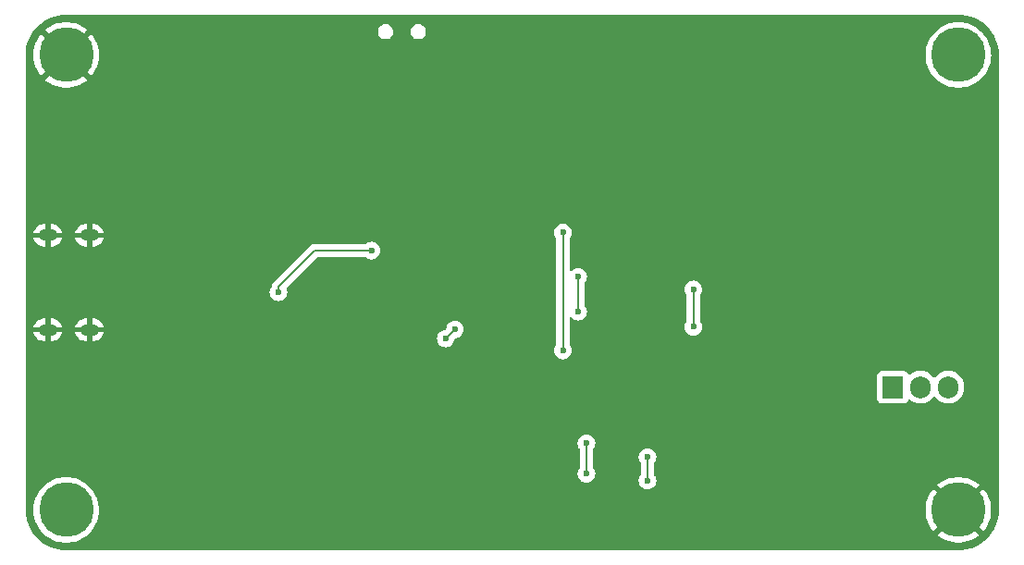
<source format=gbl>
%TF.GenerationSoftware,KiCad,Pcbnew,8.0.2*%
%TF.CreationDate,2024-05-25T15:23:05+03:00*%
%TF.ProjectId,sos_business_card,736f735f-6275-4736-996e-6573735f6361,A*%
%TF.SameCoordinates,Original*%
%TF.FileFunction,Copper,L2,Bot*%
%TF.FilePolarity,Positive*%
%FSLAX46Y46*%
G04 Gerber Fmt 4.6, Leading zero omitted, Abs format (unit mm)*
G04 Created by KiCad (PCBNEW 8.0.2) date 2024-05-25 15:23:05*
%MOMM*%
%LPD*%
G01*
G04 APERTURE LIST*
%TA.AperFunction,ComponentPad*%
%ADD10C,2.900000*%
%TD*%
%TA.AperFunction,ConnectorPad*%
%ADD11C,5.000000*%
%TD*%
%TA.AperFunction,ComponentPad*%
%ADD12O,1.700000X1.100000*%
%TD*%
%TA.AperFunction,ComponentPad*%
%ADD13R,1.905000X2.000000*%
%TD*%
%TA.AperFunction,ComponentPad*%
%ADD14O,1.905000X2.000000*%
%TD*%
%TA.AperFunction,ViaPad*%
%ADD15C,0.600000*%
%TD*%
%TA.AperFunction,Conductor*%
%ADD16C,0.200000*%
%TD*%
G04 APERTURE END LIST*
D10*
%TO.P,J5,1,Pin_1*%
%TO.N,GND*%
X119380000Y-92710000D03*
D11*
X119380000Y-92710000D03*
%TD*%
D12*
%TO.P,J1,S1,SHIELD*%
%TO.N,GND*%
X121520000Y-109218000D03*
X117720000Y-109218000D03*
X121520000Y-117858000D03*
X117720000Y-117858000D03*
%TD*%
D10*
%TO.P,J4,1,Pin_1*%
%TO.N,Net-(D2-K)*%
X119380000Y-134366000D03*
D11*
X119380000Y-134366000D03*
%TD*%
D13*
%TO.P,Q2,1,G*%
%TO.N,Net-(Q2-G)*%
X195046600Y-123117650D03*
D14*
%TO.P,Q2,2,D*%
%TO.N,Net-(J3-Pin_1)*%
X197586600Y-123117650D03*
%TO.P,Q2,3,S*%
%TO.N,Net-(D2-K)*%
X200126600Y-123117650D03*
%TD*%
D10*
%TO.P,J2,1,Pin_1*%
%TO.N,GND*%
X201041000Y-134366000D03*
D11*
X201041000Y-134366000D03*
%TD*%
D10*
%TO.P,J3,1,Pin_1*%
%TO.N,Net-(J3-Pin_1)*%
X201041000Y-92710000D03*
D11*
X201041000Y-92710000D03*
%TD*%
D15*
%TO.N,GND*%
X157988000Y-107569000D03*
X170053000Y-107569000D03*
X165735000Y-129540000D03*
X147701000Y-114681000D03*
X147701000Y-113665000D03*
X168656000Y-107569000D03*
X159131000Y-108458000D03*
X147701000Y-112522000D03*
X192278000Y-95377000D03*
X146431000Y-113665000D03*
X170053000Y-108458000D03*
X138938000Y-122174000D03*
X184404000Y-129032000D03*
X157861000Y-119888000D03*
X182880000Y-129032000D03*
X182880000Y-127889000D03*
X159131000Y-119888000D03*
X140335000Y-121031000D03*
X159131000Y-107569000D03*
X182880000Y-130302000D03*
X140335000Y-123444000D03*
X138938000Y-123444000D03*
X193421000Y-95377000D03*
X193421000Y-93091000D03*
X192278000Y-94234000D03*
X138938000Y-121031000D03*
X193421000Y-94234000D03*
X159131000Y-118872000D03*
X140335000Y-122174000D03*
X184404000Y-130302000D03*
X157861000Y-118872000D03*
X157988000Y-108458000D03*
X156845000Y-107569000D03*
X146431000Y-114681000D03*
X168656000Y-108458000D03*
X192278000Y-93091000D03*
X165735000Y-128524000D03*
X171196000Y-118872000D03*
X146431000Y-112522000D03*
X167386000Y-107569000D03*
X169418000Y-118872000D03*
X170307000Y-118872000D03*
X156845000Y-108458000D03*
X167386000Y-108458000D03*
X184404000Y-127889000D03*
%TO.N,VCC*%
X164846000Y-119761000D03*
X176784000Y-114173000D03*
X176784000Y-117602000D03*
X164846000Y-108966000D03*
%TO.N,Net-(U7-Q1)*%
X154966041Y-117829959D03*
X154117511Y-118678489D03*
%TO.N,Net-(U7-Q0)*%
X147320000Y-110617000D03*
X138811000Y-114427000D03*
%TO.N,Net-(U7-Q4)*%
X166243000Y-116205000D03*
X166243000Y-113030000D03*
%TO.N,Net-(U4-Pad8)*%
X172593000Y-129540000D03*
X172593000Y-131664000D03*
%TO.N,Net-(U4-Pad6)*%
X167005000Y-128270000D03*
X167005000Y-131064000D03*
%TD*%
D16*
%TO.N,VCC*%
X164846000Y-119761000D02*
X164846000Y-108966000D01*
X176784000Y-114427000D02*
X176784000Y-114173000D01*
X176784000Y-117602000D02*
X176784000Y-114427000D01*
%TO.N,Net-(U7-Q1)*%
X154117511Y-118678489D02*
X154966041Y-117829959D01*
%TO.N,Net-(U7-Q0)*%
X142113000Y-110617000D02*
X147320000Y-110617000D01*
X138811000Y-113919000D02*
X142113000Y-110617000D01*
X138811000Y-114427000D02*
X138811000Y-113919000D01*
%TO.N,Net-(U7-Q4)*%
X166243000Y-116205000D02*
X166243000Y-113030000D01*
%TO.N,Net-(U4-Pad8)*%
X172593000Y-131664000D02*
X172593000Y-129540000D01*
%TO.N,Net-(U4-Pad6)*%
X167005000Y-131064000D02*
X167005000Y-128270000D01*
%TD*%
%TA.AperFunction,Conductor*%
%TO.N,GND*%
G36*
X201044032Y-89004283D02*
G01*
X201398160Y-89021681D01*
X201410262Y-89022873D01*
X201757954Y-89074448D01*
X201769880Y-89076820D01*
X202110854Y-89162229D01*
X202122481Y-89165756D01*
X202453452Y-89284180D01*
X202464664Y-89288824D01*
X202782434Y-89439118D01*
X202793162Y-89444853D01*
X203094638Y-89625551D01*
X203104753Y-89632309D01*
X203372227Y-89830681D01*
X203387087Y-89841702D01*
X203396493Y-89849422D01*
X203656935Y-90085473D01*
X203665526Y-90094064D01*
X203795241Y-90237182D01*
X203901577Y-90354506D01*
X203909297Y-90363912D01*
X204118688Y-90646243D01*
X204125448Y-90656361D01*
X204306146Y-90957837D01*
X204311883Y-90968569D01*
X204462172Y-91286328D01*
X204466823Y-91297557D01*
X204585238Y-91628503D01*
X204588770Y-91640147D01*
X204674177Y-91981111D01*
X204676551Y-91993047D01*
X204728125Y-92340733D01*
X204729318Y-92352842D01*
X204746716Y-92706966D01*
X204746865Y-92713051D01*
X204746865Y-134362948D01*
X204746716Y-134369033D01*
X204729318Y-134723157D01*
X204728125Y-134735266D01*
X204676551Y-135082952D01*
X204674177Y-135094888D01*
X204588770Y-135435852D01*
X204585238Y-135447496D01*
X204489557Y-135714908D01*
X204466829Y-135778428D01*
X204462172Y-135789671D01*
X204311883Y-136107430D01*
X204306146Y-136118162D01*
X204125448Y-136419638D01*
X204118688Y-136429756D01*
X203909297Y-136712087D01*
X203901577Y-136721493D01*
X203665533Y-136981928D01*
X203656928Y-136990533D01*
X203396493Y-137226577D01*
X203387087Y-137234297D01*
X203104756Y-137443688D01*
X203094638Y-137450448D01*
X202793162Y-137631146D01*
X202782430Y-137636883D01*
X202464671Y-137787172D01*
X202453435Y-137791826D01*
X202318449Y-137840125D01*
X202122496Y-137910238D01*
X202110852Y-137913770D01*
X201769888Y-137999177D01*
X201757952Y-138001551D01*
X201410266Y-138053125D01*
X201398157Y-138054318D01*
X201067579Y-138070559D01*
X201044031Y-138071716D01*
X201037949Y-138071865D01*
X119383049Y-138071865D01*
X119376966Y-138071716D01*
X119022921Y-138054327D01*
X119010828Y-138053136D01*
X118663204Y-138001583D01*
X118651291Y-137999214D01*
X118310393Y-137913844D01*
X118298751Y-137910313D01*
X117967876Y-137791955D01*
X117956635Y-137787300D01*
X117638950Y-137637085D01*
X117628221Y-137631352D01*
X117477501Y-137541040D01*
X117326775Y-137450725D01*
X117316670Y-137443975D01*
X117048728Y-137245318D01*
X117034377Y-137234678D01*
X117024971Y-137226961D01*
X116764553Y-136991013D01*
X116755950Y-136982412D01*
X116519906Y-136722081D01*
X116512185Y-136712678D01*
X116511746Y-136712087D01*
X116385936Y-136542529D01*
X116302787Y-136430466D01*
X116296026Y-136420352D01*
X116115297Y-136118989D01*
X116109559Y-136108262D01*
X115959220Y-135790617D01*
X115954565Y-135779386D01*
X115931472Y-135714904D01*
X115836083Y-135448548D01*
X115832549Y-135436910D01*
X115821779Y-135393972D01*
X115747057Y-135096055D01*
X115744680Y-135084124D01*
X115709251Y-134845833D01*
X115692998Y-134736518D01*
X115691805Y-134724435D01*
X115674286Y-134370450D01*
X115674175Y-134365996D01*
X116374415Y-134365996D01*
X116374415Y-134366003D01*
X116394738Y-134714927D01*
X116394739Y-134714938D01*
X116455428Y-135059127D01*
X116455430Y-135059134D01*
X116555674Y-135393972D01*
X116694107Y-135714895D01*
X116694113Y-135714908D01*
X116868870Y-136017597D01*
X117077584Y-136297949D01*
X117077589Y-136297955D01*
X117192392Y-136419638D01*
X117317442Y-136552183D01*
X117493903Y-136700251D01*
X117585186Y-136776847D01*
X117585194Y-136776853D01*
X117877203Y-136968911D01*
X117877207Y-136968913D01*
X118189549Y-137125777D01*
X118517989Y-137245319D01*
X118858086Y-137325923D01*
X119205241Y-137366500D01*
X119205248Y-137366500D01*
X119554752Y-137366500D01*
X119554759Y-137366500D01*
X119901914Y-137325923D01*
X120242011Y-137245319D01*
X120570451Y-137125777D01*
X120882793Y-136968913D01*
X121174811Y-136776849D01*
X121442558Y-136552183D01*
X121682412Y-136297953D01*
X121891130Y-136017596D01*
X122065889Y-135714904D01*
X122204326Y-135393971D01*
X122304569Y-135059136D01*
X122311269Y-135021143D01*
X122365260Y-134714938D01*
X122365259Y-134714938D01*
X122365262Y-134714927D01*
X122385326Y-134370452D01*
X122385585Y-134366003D01*
X122385585Y-134365996D01*
X198035916Y-134365996D01*
X198035916Y-134366003D01*
X198056235Y-134714869D01*
X198056236Y-134714880D01*
X198116914Y-135059002D01*
X198116916Y-135059011D01*
X198217145Y-135393800D01*
X198355555Y-135714670D01*
X198355561Y-135714683D01*
X198530289Y-136017322D01*
X198738967Y-136297625D01*
X198747148Y-136306296D01*
X199997320Y-135056125D01*
X200087554Y-135180320D01*
X200226680Y-135319446D01*
X200350873Y-135409678D01*
X199103818Y-136656733D01*
X199103819Y-136656734D01*
X199246484Y-136776445D01*
X199538461Y-136968480D01*
X199850739Y-137125314D01*
X199850745Y-137125316D01*
X200179130Y-137244838D01*
X200179133Y-137244839D01*
X200519171Y-137325429D01*
X200866276Y-137365999D01*
X200866277Y-137366000D01*
X201215723Y-137366000D01*
X201215723Y-137365999D01*
X201562827Y-137325429D01*
X201562829Y-137325429D01*
X201902866Y-137244839D01*
X201902869Y-137244838D01*
X202231254Y-137125316D01*
X202231260Y-137125314D01*
X202543538Y-136968480D01*
X202835509Y-136776449D01*
X202835510Y-136776448D01*
X202978179Y-136656734D01*
X202978180Y-136656733D01*
X201731126Y-135409678D01*
X201855320Y-135319446D01*
X201994446Y-135180320D01*
X202084678Y-135056126D01*
X203334849Y-136306297D01*
X203334851Y-136306296D01*
X203343022Y-136297636D01*
X203343033Y-136297623D01*
X203551710Y-136017322D01*
X203726438Y-135714683D01*
X203726444Y-135714670D01*
X203864854Y-135393800D01*
X203965083Y-135059011D01*
X203965085Y-135059002D01*
X204025763Y-134714880D01*
X204025764Y-134714869D01*
X204046084Y-134366003D01*
X204046084Y-134365996D01*
X204025764Y-134017130D01*
X204025763Y-134017119D01*
X203965085Y-133672997D01*
X203965083Y-133672988D01*
X203864854Y-133338199D01*
X203726444Y-133017329D01*
X203726438Y-133017316D01*
X203551710Y-132714677D01*
X203343032Y-132434374D01*
X203334850Y-132425702D01*
X202084678Y-133675873D01*
X201994446Y-133551680D01*
X201855320Y-133412554D01*
X201731125Y-133322320D01*
X202978180Y-132075265D01*
X202978179Y-132075264D01*
X202835519Y-131955557D01*
X202543538Y-131763519D01*
X202231260Y-131606685D01*
X202231254Y-131606683D01*
X201902869Y-131487161D01*
X201902866Y-131487160D01*
X201562828Y-131406570D01*
X201215723Y-131366000D01*
X200866277Y-131366000D01*
X200519172Y-131406570D01*
X200519170Y-131406570D01*
X200179133Y-131487160D01*
X200179130Y-131487161D01*
X199850745Y-131606683D01*
X199850739Y-131606685D01*
X199538461Y-131763519D01*
X199246480Y-131955557D01*
X199103819Y-132075264D01*
X199103818Y-132075265D01*
X200350874Y-133322320D01*
X200226680Y-133412554D01*
X200087554Y-133551680D01*
X199997320Y-133675873D01*
X198747148Y-132425701D01*
X198747147Y-132425702D01*
X198738976Y-132434363D01*
X198738972Y-132434368D01*
X198530289Y-132714677D01*
X198355561Y-133017316D01*
X198355555Y-133017329D01*
X198217145Y-133338199D01*
X198116916Y-133672988D01*
X198116914Y-133672997D01*
X198056236Y-134017119D01*
X198056235Y-134017130D01*
X198035916Y-134365996D01*
X122385585Y-134365996D01*
X122381554Y-134296796D01*
X122365262Y-134017073D01*
X122342180Y-133886167D01*
X122304571Y-133672872D01*
X122304569Y-133672865D01*
X122226637Y-133412554D01*
X122204326Y-133338029D01*
X122065889Y-133017096D01*
X121891130Y-132714404D01*
X121891129Y-132714402D01*
X121682415Y-132434050D01*
X121682410Y-132434044D01*
X121550110Y-132293815D01*
X121442558Y-132179817D01*
X121294488Y-132055572D01*
X121174813Y-131955152D01*
X121174805Y-131955146D01*
X120882796Y-131763088D01*
X120570458Y-131606226D01*
X120570452Y-131606223D01*
X120242012Y-131486681D01*
X120242009Y-131486680D01*
X119901915Y-131406077D01*
X119858519Y-131401004D01*
X119554759Y-131365500D01*
X119205241Y-131365500D01*
X118901480Y-131401004D01*
X118858085Y-131406077D01*
X118858083Y-131406077D01*
X118517990Y-131486680D01*
X118517987Y-131486681D01*
X118189547Y-131606223D01*
X118189541Y-131606226D01*
X117877203Y-131763088D01*
X117585194Y-131955146D01*
X117585186Y-131955152D01*
X117317442Y-132179817D01*
X117317440Y-132179819D01*
X117077589Y-132434044D01*
X117077584Y-132434050D01*
X116868870Y-132714402D01*
X116694113Y-133017091D01*
X116694107Y-133017104D01*
X116555674Y-133338027D01*
X116455430Y-133672865D01*
X116455428Y-133672872D01*
X116394739Y-134017061D01*
X116394738Y-134017072D01*
X116374415Y-134365996D01*
X115674175Y-134365996D01*
X115674135Y-134364369D01*
X115674108Y-134291495D01*
X115674107Y-134291485D01*
X115674098Y-134267623D01*
X115671886Y-128269996D01*
X166199435Y-128269996D01*
X166199435Y-128270003D01*
X166219630Y-128449249D01*
X166219631Y-128449254D01*
X166279211Y-128619523D01*
X166339515Y-128715496D01*
X166364106Y-128754632D01*
X166375185Y-128772263D01*
X166377445Y-128775097D01*
X166378334Y-128777275D01*
X166378889Y-128778158D01*
X166378734Y-128778255D01*
X166403855Y-128839783D01*
X166404500Y-128852412D01*
X166404500Y-130481587D01*
X166384815Y-130548626D01*
X166377450Y-130558896D01*
X166375186Y-130561734D01*
X166279211Y-130714476D01*
X166219631Y-130884745D01*
X166219630Y-130884750D01*
X166199435Y-131063996D01*
X166199435Y-131064003D01*
X166219630Y-131243249D01*
X166219631Y-131243254D01*
X166279211Y-131413523D01*
X166325179Y-131486680D01*
X166375184Y-131566262D01*
X166502738Y-131693816D01*
X166593080Y-131750582D01*
X166613669Y-131763519D01*
X166655478Y-131789789D01*
X166808258Y-131843249D01*
X166825745Y-131849368D01*
X166825750Y-131849369D01*
X167004996Y-131869565D01*
X167005000Y-131869565D01*
X167005004Y-131869565D01*
X167184249Y-131849369D01*
X167184252Y-131849368D01*
X167184255Y-131849368D01*
X167354522Y-131789789D01*
X167507262Y-131693816D01*
X167634816Y-131566262D01*
X167730789Y-131413522D01*
X167790368Y-131243255D01*
X167802856Y-131132422D01*
X167810565Y-131064003D01*
X167810565Y-131063996D01*
X167790369Y-130884750D01*
X167790368Y-130884745D01*
X167730788Y-130714476D01*
X167634813Y-130561734D01*
X167632550Y-130558896D01*
X167631659Y-130556715D01*
X167631111Y-130555842D01*
X167631264Y-130555745D01*
X167606144Y-130494209D01*
X167605500Y-130481587D01*
X167605500Y-129539996D01*
X171787435Y-129539996D01*
X171787435Y-129540003D01*
X171807630Y-129719249D01*
X171807631Y-129719254D01*
X171867211Y-129889523D01*
X171963185Y-130042263D01*
X171965445Y-130045097D01*
X171966334Y-130047275D01*
X171966889Y-130048158D01*
X171966734Y-130048255D01*
X171991855Y-130109783D01*
X171992500Y-130122412D01*
X171992500Y-131081587D01*
X171972815Y-131148626D01*
X171965450Y-131158896D01*
X171963186Y-131161734D01*
X171867211Y-131314476D01*
X171807631Y-131484745D01*
X171807630Y-131484750D01*
X171787435Y-131663996D01*
X171787435Y-131664003D01*
X171807630Y-131843249D01*
X171807631Y-131843254D01*
X171867211Y-132013523D01*
X171963184Y-132166262D01*
X172090738Y-132293816D01*
X172243478Y-132389789D01*
X172370895Y-132434374D01*
X172413745Y-132449368D01*
X172413750Y-132449369D01*
X172592996Y-132469565D01*
X172593000Y-132469565D01*
X172593004Y-132469565D01*
X172772249Y-132449369D01*
X172772252Y-132449368D01*
X172772255Y-132449368D01*
X172942522Y-132389789D01*
X173095262Y-132293816D01*
X173222816Y-132166262D01*
X173318789Y-132013522D01*
X173378368Y-131843255D01*
X173384392Y-131789789D01*
X173398565Y-131664003D01*
X173398565Y-131663996D01*
X173378369Y-131484750D01*
X173378368Y-131484745D01*
X173318788Y-131314476D01*
X173285645Y-131261730D01*
X173222816Y-131161738D01*
X173222814Y-131161736D01*
X173222813Y-131161734D01*
X173220550Y-131158896D01*
X173219659Y-131156715D01*
X173219111Y-131155842D01*
X173219264Y-131155745D01*
X173194144Y-131094209D01*
X173193500Y-131081587D01*
X173193500Y-130122412D01*
X173213185Y-130055373D01*
X173220555Y-130045097D01*
X173222810Y-130042267D01*
X173222816Y-130042262D01*
X173318789Y-129889522D01*
X173378368Y-129719255D01*
X173398565Y-129540000D01*
X173378368Y-129360745D01*
X173318789Y-129190478D01*
X173222816Y-129037738D01*
X173095262Y-128910184D01*
X172942523Y-128814211D01*
X172772254Y-128754631D01*
X172772249Y-128754630D01*
X172593004Y-128734435D01*
X172592996Y-128734435D01*
X172413750Y-128754630D01*
X172413745Y-128754631D01*
X172243476Y-128814211D01*
X172090737Y-128910184D01*
X171963184Y-129037737D01*
X171867211Y-129190476D01*
X171807631Y-129360745D01*
X171807630Y-129360750D01*
X171787435Y-129539996D01*
X167605500Y-129539996D01*
X167605500Y-128852412D01*
X167625185Y-128785373D01*
X167632555Y-128775097D01*
X167634810Y-128772267D01*
X167634816Y-128772262D01*
X167730789Y-128619522D01*
X167790368Y-128449255D01*
X167810565Y-128270000D01*
X167790368Y-128090745D01*
X167730789Y-127920478D01*
X167634816Y-127767738D01*
X167507262Y-127640184D01*
X167354523Y-127544211D01*
X167184254Y-127484631D01*
X167184249Y-127484630D01*
X167005004Y-127464435D01*
X167004996Y-127464435D01*
X166825750Y-127484630D01*
X166825745Y-127484631D01*
X166655476Y-127544211D01*
X166502737Y-127640184D01*
X166375184Y-127767737D01*
X166279211Y-127920476D01*
X166219631Y-128090745D01*
X166219630Y-128090750D01*
X166199435Y-128269996D01*
X115671886Y-128269996D01*
X115669599Y-122069785D01*
X193593600Y-122069785D01*
X193593600Y-124165520D01*
X193593601Y-124165526D01*
X193600008Y-124225133D01*
X193650302Y-124359978D01*
X193650306Y-124359985D01*
X193736552Y-124475194D01*
X193736555Y-124475197D01*
X193851764Y-124561443D01*
X193851771Y-124561447D01*
X193986617Y-124611741D01*
X193986616Y-124611741D01*
X193993544Y-124612485D01*
X194046227Y-124618150D01*
X196046972Y-124618149D01*
X196106583Y-124611741D01*
X196241431Y-124561446D01*
X196356646Y-124475196D01*
X196442896Y-124359981D01*
X196453290Y-124332110D01*
X196495160Y-124276177D01*
X196560623Y-124251758D01*
X196628897Y-124266608D01*
X196642346Y-124275115D01*
X196825062Y-124407867D01*
X196957199Y-124475194D01*
X197028844Y-124511699D01*
X197246351Y-124582371D01*
X197246352Y-124582371D01*
X197246355Y-124582372D01*
X197472246Y-124618150D01*
X197472247Y-124618150D01*
X197700953Y-124618150D01*
X197700954Y-124618150D01*
X197926845Y-124582372D01*
X197926848Y-124582371D01*
X197926849Y-124582371D01*
X198144355Y-124511699D01*
X198144355Y-124511698D01*
X198144358Y-124511698D01*
X198348138Y-124407867D01*
X198533166Y-124273436D01*
X198694886Y-124111716D01*
X198756283Y-124027209D01*
X198811612Y-123984546D01*
X198881225Y-123978567D01*
X198943020Y-124011173D01*
X198956914Y-124027206D01*
X199018314Y-124111716D01*
X199180034Y-124273436D01*
X199365062Y-124407867D01*
X199497199Y-124475194D01*
X199568844Y-124511699D01*
X199786351Y-124582371D01*
X199786352Y-124582371D01*
X199786355Y-124582372D01*
X200012246Y-124618150D01*
X200012247Y-124618150D01*
X200240953Y-124618150D01*
X200240954Y-124618150D01*
X200466845Y-124582372D01*
X200466848Y-124582371D01*
X200466849Y-124582371D01*
X200684355Y-124511699D01*
X200684355Y-124511698D01*
X200684358Y-124511698D01*
X200888138Y-124407867D01*
X201073166Y-124273436D01*
X201234886Y-124111716D01*
X201369317Y-123926688D01*
X201473148Y-123722908D01*
X201543822Y-123505395D01*
X201579600Y-123279504D01*
X201579600Y-122955796D01*
X201543822Y-122729905D01*
X201543821Y-122729901D01*
X201543821Y-122729900D01*
X201473149Y-122512394D01*
X201473148Y-122512392D01*
X201369317Y-122308612D01*
X201234886Y-122123584D01*
X201073166Y-121961864D01*
X200888138Y-121827433D01*
X200684355Y-121723600D01*
X200466848Y-121652928D01*
X200281412Y-121623558D01*
X200240954Y-121617150D01*
X200012246Y-121617150D01*
X199971788Y-121623558D01*
X199786353Y-121652928D01*
X199786350Y-121652928D01*
X199568844Y-121723600D01*
X199365061Y-121827433D01*
X199299150Y-121875321D01*
X199180034Y-121961864D01*
X199180032Y-121961866D01*
X199180031Y-121961866D01*
X199018315Y-122123582D01*
X198956918Y-122208088D01*
X198901587Y-122250753D01*
X198831974Y-122256732D01*
X198770179Y-122224126D01*
X198756282Y-122208088D01*
X198745373Y-122193073D01*
X198694886Y-122123584D01*
X198533166Y-121961864D01*
X198348138Y-121827433D01*
X198144355Y-121723600D01*
X197926848Y-121652928D01*
X197741412Y-121623558D01*
X197700954Y-121617150D01*
X197472246Y-121617150D01*
X197431788Y-121623558D01*
X197246353Y-121652928D01*
X197246350Y-121652928D01*
X197028844Y-121723600D01*
X196825061Y-121827433D01*
X196642359Y-121960175D01*
X196576552Y-121983655D01*
X196508498Y-121967830D01*
X196459803Y-121917724D01*
X196453290Y-121903188D01*
X196442896Y-121875319D01*
X196442893Y-121875314D01*
X196356647Y-121760105D01*
X196356644Y-121760102D01*
X196241435Y-121673856D01*
X196241428Y-121673852D01*
X196106582Y-121623558D01*
X196106583Y-121623558D01*
X196046983Y-121617151D01*
X196046981Y-121617150D01*
X196046973Y-121617150D01*
X196046964Y-121617150D01*
X194046229Y-121617150D01*
X194046223Y-121617151D01*
X193986616Y-121623558D01*
X193851771Y-121673852D01*
X193851764Y-121673856D01*
X193736555Y-121760102D01*
X193736552Y-121760105D01*
X193650306Y-121875314D01*
X193650302Y-121875321D01*
X193600008Y-122010167D01*
X193593601Y-122069766D01*
X193593600Y-122069785D01*
X115669599Y-122069785D01*
X115667954Y-117608000D01*
X116399157Y-117608000D01*
X117253012Y-117608000D01*
X117235795Y-117617940D01*
X117179940Y-117673795D01*
X117140444Y-117742204D01*
X117120000Y-117818504D01*
X117120000Y-117897496D01*
X117140444Y-117973796D01*
X117179940Y-118042205D01*
X117235795Y-118098060D01*
X117253012Y-118108000D01*
X116399157Y-118108000D01*
X116410350Y-118164274D01*
X116410351Y-118164276D01*
X116489500Y-118355358D01*
X116489505Y-118355368D01*
X116604410Y-118527335D01*
X116604413Y-118527339D01*
X116750660Y-118673586D01*
X116750664Y-118673589D01*
X116922631Y-118788494D01*
X116922641Y-118788499D01*
X117113725Y-118867649D01*
X117113733Y-118867651D01*
X117316579Y-118907999D01*
X117316583Y-118908000D01*
X117470000Y-118908000D01*
X117470000Y-118158000D01*
X117970000Y-118158000D01*
X117970000Y-118908000D01*
X118123417Y-118908000D01*
X118123420Y-118907999D01*
X118326266Y-118867651D01*
X118326274Y-118867649D01*
X118517358Y-118788499D01*
X118517368Y-118788494D01*
X118689335Y-118673589D01*
X118689339Y-118673586D01*
X118835586Y-118527339D01*
X118835589Y-118527335D01*
X118950494Y-118355368D01*
X118950499Y-118355358D01*
X119029648Y-118164276D01*
X119029649Y-118164274D01*
X119040843Y-118108000D01*
X118186988Y-118108000D01*
X118204205Y-118098060D01*
X118260060Y-118042205D01*
X118299556Y-117973796D01*
X118320000Y-117897496D01*
X118320000Y-117818504D01*
X118299556Y-117742204D01*
X118260060Y-117673795D01*
X118204205Y-117617940D01*
X118186988Y-117608000D01*
X119040843Y-117608000D01*
X120199157Y-117608000D01*
X121053012Y-117608000D01*
X121035795Y-117617940D01*
X120979940Y-117673795D01*
X120940444Y-117742204D01*
X120920000Y-117818504D01*
X120920000Y-117897496D01*
X120940444Y-117973796D01*
X120979940Y-118042205D01*
X121035795Y-118098060D01*
X121053012Y-118108000D01*
X120199157Y-118108000D01*
X120210350Y-118164274D01*
X120210351Y-118164276D01*
X120289500Y-118355358D01*
X120289505Y-118355368D01*
X120404410Y-118527335D01*
X120404413Y-118527339D01*
X120550660Y-118673586D01*
X120550664Y-118673589D01*
X120722631Y-118788494D01*
X120722641Y-118788499D01*
X120913725Y-118867649D01*
X120913733Y-118867651D01*
X121116579Y-118907999D01*
X121116583Y-118908000D01*
X121270000Y-118908000D01*
X121270000Y-118158000D01*
X121770000Y-118158000D01*
X121770000Y-118908000D01*
X121923417Y-118908000D01*
X121923420Y-118907999D01*
X122126266Y-118867651D01*
X122126274Y-118867649D01*
X122317358Y-118788499D01*
X122317368Y-118788494D01*
X122482008Y-118678485D01*
X153311946Y-118678485D01*
X153311946Y-118678492D01*
X153332141Y-118857738D01*
X153332142Y-118857743D01*
X153391722Y-119028012D01*
X153486335Y-119178587D01*
X153487695Y-119180751D01*
X153615249Y-119308305D01*
X153767989Y-119404278D01*
X153938256Y-119463857D01*
X153938261Y-119463858D01*
X154117507Y-119484054D01*
X154117511Y-119484054D01*
X154117515Y-119484054D01*
X154296760Y-119463858D01*
X154296763Y-119463857D01*
X154296766Y-119463857D01*
X154467033Y-119404278D01*
X154619773Y-119308305D01*
X154747327Y-119180751D01*
X154843300Y-119028011D01*
X154902879Y-118857744D01*
X154912672Y-118770818D01*
X154939737Y-118706407D01*
X154948201Y-118697032D01*
X154984576Y-118660657D01*
X155045897Y-118627174D01*
X155058352Y-118625122D01*
X155145296Y-118615327D01*
X155315563Y-118555748D01*
X155468303Y-118459775D01*
X155595857Y-118332221D01*
X155691830Y-118179481D01*
X155751409Y-118009214D01*
X155757909Y-117951523D01*
X155771606Y-117829962D01*
X155771606Y-117829955D01*
X155751410Y-117650709D01*
X155751409Y-117650704D01*
X155691829Y-117480435D01*
X155595856Y-117327696D01*
X155468303Y-117200143D01*
X155315564Y-117104170D01*
X155145295Y-117044590D01*
X155145290Y-117044589D01*
X154966045Y-117024394D01*
X154966037Y-117024394D01*
X154786791Y-117044589D01*
X154786786Y-117044590D01*
X154616517Y-117104170D01*
X154463778Y-117200143D01*
X154336225Y-117327696D01*
X154240251Y-117480437D01*
X154180671Y-117650709D01*
X154170878Y-117737627D01*
X154143811Y-117802041D01*
X154135339Y-117811424D01*
X154098976Y-117847787D01*
X154037653Y-117881272D01*
X154025179Y-117883326D01*
X153938261Y-117893119D01*
X153767989Y-117952699D01*
X153615248Y-118048673D01*
X153487695Y-118176226D01*
X153391722Y-118328965D01*
X153332142Y-118499234D01*
X153332141Y-118499239D01*
X153311946Y-118678485D01*
X122482008Y-118678485D01*
X122489335Y-118673589D01*
X122489339Y-118673586D01*
X122635586Y-118527339D01*
X122635589Y-118527335D01*
X122750494Y-118355368D01*
X122750499Y-118355358D01*
X122829648Y-118164276D01*
X122829649Y-118164274D01*
X122840843Y-118108000D01*
X121986988Y-118108000D01*
X122004205Y-118098060D01*
X122060060Y-118042205D01*
X122099556Y-117973796D01*
X122120000Y-117897496D01*
X122120000Y-117818504D01*
X122099556Y-117742204D01*
X122060060Y-117673795D01*
X122004205Y-117617940D01*
X121986988Y-117608000D01*
X122840843Y-117608000D01*
X122829649Y-117551725D01*
X122829648Y-117551723D01*
X122750499Y-117360641D01*
X122750494Y-117360631D01*
X122635589Y-117188664D01*
X122635586Y-117188660D01*
X122489339Y-117042413D01*
X122489335Y-117042410D01*
X122317368Y-116927505D01*
X122317358Y-116927500D01*
X122126274Y-116848350D01*
X122126266Y-116848348D01*
X121923420Y-116808000D01*
X121770000Y-116808000D01*
X121770000Y-117558000D01*
X121270000Y-117558000D01*
X121270000Y-116808000D01*
X121116579Y-116808000D01*
X120913733Y-116848348D01*
X120913725Y-116848350D01*
X120722641Y-116927500D01*
X120722631Y-116927505D01*
X120550664Y-117042410D01*
X120550660Y-117042413D01*
X120404413Y-117188660D01*
X120404410Y-117188664D01*
X120289505Y-117360631D01*
X120289500Y-117360641D01*
X120210351Y-117551723D01*
X120210350Y-117551725D01*
X120199157Y-117608000D01*
X119040843Y-117608000D01*
X119029649Y-117551725D01*
X119029648Y-117551723D01*
X118950499Y-117360641D01*
X118950494Y-117360631D01*
X118835589Y-117188664D01*
X118835586Y-117188660D01*
X118689339Y-117042413D01*
X118689335Y-117042410D01*
X118517368Y-116927505D01*
X118517358Y-116927500D01*
X118326274Y-116848350D01*
X118326266Y-116848348D01*
X118123420Y-116808000D01*
X117970000Y-116808000D01*
X117970000Y-117558000D01*
X117470000Y-117558000D01*
X117470000Y-116808000D01*
X117316579Y-116808000D01*
X117113733Y-116848348D01*
X117113725Y-116848350D01*
X116922641Y-116927500D01*
X116922631Y-116927505D01*
X116750664Y-117042410D01*
X116750660Y-117042413D01*
X116604413Y-117188660D01*
X116604410Y-117188664D01*
X116489505Y-117360631D01*
X116489500Y-117360641D01*
X116410351Y-117551723D01*
X116410350Y-117551725D01*
X116399157Y-117608000D01*
X115667954Y-117608000D01*
X115666781Y-114426996D01*
X138005435Y-114426996D01*
X138005435Y-114427003D01*
X138025630Y-114606249D01*
X138025631Y-114606254D01*
X138085211Y-114776523D01*
X138181184Y-114929262D01*
X138308738Y-115056816D01*
X138461478Y-115152789D01*
X138631745Y-115212368D01*
X138631750Y-115212369D01*
X138810996Y-115232565D01*
X138811000Y-115232565D01*
X138811004Y-115232565D01*
X138990249Y-115212369D01*
X138990252Y-115212368D01*
X138990255Y-115212368D01*
X139160522Y-115152789D01*
X139313262Y-115056816D01*
X139440816Y-114929262D01*
X139536789Y-114776522D01*
X139596368Y-114606255D01*
X139596369Y-114606249D01*
X139616565Y-114427003D01*
X139616565Y-114426996D01*
X139596369Y-114247750D01*
X139596367Y-114247740D01*
X139575750Y-114188822D01*
X139553440Y-114125066D01*
X139549878Y-114055290D01*
X139582799Y-113996434D01*
X142325416Y-111253819D01*
X142386739Y-111220334D01*
X142413097Y-111217500D01*
X146737588Y-111217500D01*
X146804627Y-111237185D01*
X146814903Y-111244555D01*
X146817736Y-111246814D01*
X146817738Y-111246816D01*
X146970478Y-111342789D01*
X147140745Y-111402368D01*
X147140750Y-111402369D01*
X147319996Y-111422565D01*
X147320000Y-111422565D01*
X147320004Y-111422565D01*
X147499249Y-111402369D01*
X147499252Y-111402368D01*
X147499255Y-111402368D01*
X147669522Y-111342789D01*
X147822262Y-111246816D01*
X147949816Y-111119262D01*
X148045789Y-110966522D01*
X148105368Y-110796255D01*
X148125565Y-110617000D01*
X148105368Y-110437745D01*
X148045789Y-110267478D01*
X147949816Y-110114738D01*
X147822262Y-109987184D01*
X147669523Y-109891211D01*
X147499254Y-109831631D01*
X147499249Y-109831630D01*
X147320004Y-109811435D01*
X147319996Y-109811435D01*
X147140750Y-109831630D01*
X147140745Y-109831631D01*
X146970476Y-109891211D01*
X146817736Y-109987185D01*
X146814903Y-109989445D01*
X146812724Y-109990334D01*
X146811842Y-109990889D01*
X146811744Y-109990734D01*
X146750217Y-110015855D01*
X146737588Y-110016500D01*
X142192057Y-110016500D01*
X142033943Y-110016500D01*
X141881215Y-110057423D01*
X141881214Y-110057423D01*
X141881212Y-110057424D01*
X141881209Y-110057425D01*
X141846066Y-110077716D01*
X141846064Y-110077717D01*
X141744290Y-110136475D01*
X141744282Y-110136481D01*
X138330481Y-113550282D01*
X138282310Y-113633717D01*
X138251424Y-113687212D01*
X138251423Y-113687213D01*
X138230961Y-113763579D01*
X138210499Y-113839943D01*
X138210499Y-113839945D01*
X138210499Y-113844589D01*
X138190814Y-113911628D01*
X138183445Y-113921903D01*
X138181184Y-113924737D01*
X138085211Y-114077476D01*
X138025631Y-114247745D01*
X138025630Y-114247750D01*
X138005435Y-114426996D01*
X115666781Y-114426996D01*
X115664767Y-108968000D01*
X116399157Y-108968000D01*
X117253012Y-108968000D01*
X117235795Y-108977940D01*
X117179940Y-109033795D01*
X117140444Y-109102204D01*
X117120000Y-109178504D01*
X117120000Y-109257496D01*
X117140444Y-109333796D01*
X117179940Y-109402205D01*
X117235795Y-109458060D01*
X117253012Y-109468000D01*
X116399157Y-109468000D01*
X116410350Y-109524274D01*
X116410351Y-109524276D01*
X116489500Y-109715358D01*
X116489505Y-109715368D01*
X116604410Y-109887335D01*
X116604413Y-109887339D01*
X116750660Y-110033586D01*
X116750664Y-110033589D01*
X116922631Y-110148494D01*
X116922641Y-110148499D01*
X117113725Y-110227649D01*
X117113733Y-110227651D01*
X117316579Y-110267999D01*
X117316583Y-110268000D01*
X117470000Y-110268000D01*
X117470000Y-109518000D01*
X117970000Y-109518000D01*
X117970000Y-110268000D01*
X118123417Y-110268000D01*
X118123420Y-110267999D01*
X118326266Y-110227651D01*
X118326274Y-110227649D01*
X118517358Y-110148499D01*
X118517368Y-110148494D01*
X118689335Y-110033589D01*
X118689339Y-110033586D01*
X118835586Y-109887339D01*
X118835589Y-109887335D01*
X118950494Y-109715368D01*
X118950499Y-109715358D01*
X119029648Y-109524276D01*
X119029649Y-109524274D01*
X119040843Y-109468000D01*
X118186988Y-109468000D01*
X118204205Y-109458060D01*
X118260060Y-109402205D01*
X118299556Y-109333796D01*
X118320000Y-109257496D01*
X118320000Y-109178504D01*
X118299556Y-109102204D01*
X118260060Y-109033795D01*
X118204205Y-108977940D01*
X118186988Y-108968000D01*
X119040843Y-108968000D01*
X120199157Y-108968000D01*
X121053012Y-108968000D01*
X121035795Y-108977940D01*
X120979940Y-109033795D01*
X120940444Y-109102204D01*
X120920000Y-109178504D01*
X120920000Y-109257496D01*
X120940444Y-109333796D01*
X120979940Y-109402205D01*
X121035795Y-109458060D01*
X121053012Y-109468000D01*
X120199157Y-109468000D01*
X120210350Y-109524274D01*
X120210351Y-109524276D01*
X120289500Y-109715358D01*
X120289505Y-109715368D01*
X120404410Y-109887335D01*
X120404413Y-109887339D01*
X120550660Y-110033586D01*
X120550664Y-110033589D01*
X120722631Y-110148494D01*
X120722641Y-110148499D01*
X120913725Y-110227649D01*
X120913733Y-110227651D01*
X121116579Y-110267999D01*
X121116583Y-110268000D01*
X121270000Y-110268000D01*
X121270000Y-109518000D01*
X121770000Y-109518000D01*
X121770000Y-110268000D01*
X121923417Y-110268000D01*
X121923420Y-110267999D01*
X122126266Y-110227651D01*
X122126274Y-110227649D01*
X122317358Y-110148499D01*
X122317368Y-110148494D01*
X122489335Y-110033589D01*
X122489339Y-110033586D01*
X122635586Y-109887339D01*
X122635589Y-109887335D01*
X122750494Y-109715368D01*
X122750499Y-109715358D01*
X122829648Y-109524276D01*
X122829649Y-109524274D01*
X122840843Y-109468000D01*
X121986988Y-109468000D01*
X122004205Y-109458060D01*
X122060060Y-109402205D01*
X122099556Y-109333796D01*
X122120000Y-109257496D01*
X122120000Y-109178504D01*
X122099556Y-109102204D01*
X122060060Y-109033795D01*
X122004205Y-108977940D01*
X121986988Y-108968000D01*
X122840843Y-108968000D01*
X122840444Y-108965996D01*
X164040435Y-108965996D01*
X164040435Y-108966003D01*
X164060630Y-109145249D01*
X164060631Y-109145254D01*
X164120211Y-109315523D01*
X164131693Y-109333796D01*
X164216019Y-109468000D01*
X164216185Y-109468263D01*
X164218445Y-109471097D01*
X164219334Y-109473275D01*
X164219889Y-109474158D01*
X164219734Y-109474255D01*
X164244855Y-109535783D01*
X164245500Y-109548412D01*
X164245500Y-119178587D01*
X164225815Y-119245626D01*
X164218450Y-119255896D01*
X164216186Y-119258734D01*
X164120211Y-119411476D01*
X164060631Y-119581745D01*
X164060630Y-119581750D01*
X164040435Y-119760996D01*
X164040435Y-119761003D01*
X164060630Y-119940249D01*
X164060631Y-119940254D01*
X164120211Y-120110523D01*
X164216184Y-120263262D01*
X164343738Y-120390816D01*
X164496478Y-120486789D01*
X164666745Y-120546368D01*
X164666750Y-120546369D01*
X164845996Y-120566565D01*
X164846000Y-120566565D01*
X164846004Y-120566565D01*
X165025249Y-120546369D01*
X165025252Y-120546368D01*
X165025255Y-120546368D01*
X165195522Y-120486789D01*
X165348262Y-120390816D01*
X165475816Y-120263262D01*
X165571789Y-120110522D01*
X165631368Y-119940255D01*
X165651565Y-119761000D01*
X165631368Y-119581745D01*
X165571789Y-119411478D01*
X165567264Y-119404277D01*
X165475813Y-119258734D01*
X165473550Y-119255896D01*
X165472659Y-119253715D01*
X165472111Y-119252842D01*
X165472264Y-119252745D01*
X165447144Y-119191209D01*
X165446500Y-119178587D01*
X165446500Y-116839940D01*
X165466185Y-116772901D01*
X165518989Y-116727146D01*
X165588147Y-116717202D01*
X165651703Y-116746227D01*
X165658181Y-116752259D01*
X165740738Y-116834816D01*
X165831080Y-116891582D01*
X165888251Y-116927505D01*
X165893478Y-116930789D01*
X166063745Y-116990368D01*
X166063750Y-116990369D01*
X166242996Y-117010565D01*
X166243000Y-117010565D01*
X166243004Y-117010565D01*
X166422249Y-116990369D01*
X166422252Y-116990368D01*
X166422255Y-116990368D01*
X166592522Y-116930789D01*
X166745262Y-116834816D01*
X166872816Y-116707262D01*
X166968789Y-116554522D01*
X167028368Y-116384255D01*
X167048565Y-116205000D01*
X167028368Y-116025745D01*
X166968789Y-115855478D01*
X166872816Y-115702738D01*
X166872814Y-115702736D01*
X166872813Y-115702734D01*
X166870550Y-115699896D01*
X166869659Y-115697715D01*
X166869111Y-115696842D01*
X166869264Y-115696745D01*
X166844144Y-115635209D01*
X166843500Y-115622587D01*
X166843500Y-114172996D01*
X175978435Y-114172996D01*
X175978435Y-114173003D01*
X175998630Y-114352249D01*
X175998631Y-114352254D01*
X176058211Y-114522523D01*
X176154185Y-114675263D01*
X176156445Y-114678097D01*
X176157334Y-114680275D01*
X176157889Y-114681158D01*
X176157734Y-114681255D01*
X176182855Y-114742783D01*
X176183500Y-114755412D01*
X176183500Y-117019587D01*
X176163815Y-117086626D01*
X176156450Y-117096896D01*
X176154186Y-117099734D01*
X176058211Y-117252476D01*
X175998631Y-117422745D01*
X175998630Y-117422750D01*
X175978435Y-117601996D01*
X175978435Y-117602003D01*
X175998630Y-117781249D01*
X175998631Y-117781254D01*
X176058211Y-117951523D01*
X176094461Y-118009214D01*
X176154184Y-118104262D01*
X176281738Y-118231816D01*
X176434478Y-118327789D01*
X176604745Y-118387368D01*
X176604750Y-118387369D01*
X176783996Y-118407565D01*
X176784000Y-118407565D01*
X176784004Y-118407565D01*
X176963249Y-118387369D01*
X176963252Y-118387368D01*
X176963255Y-118387368D01*
X177133522Y-118327789D01*
X177286262Y-118231816D01*
X177413816Y-118104262D01*
X177509789Y-117951522D01*
X177569368Y-117781255D01*
X177584077Y-117650709D01*
X177589565Y-117602003D01*
X177589565Y-117601996D01*
X177569369Y-117422750D01*
X177569368Y-117422745D01*
X177509788Y-117252476D01*
X177469689Y-117188660D01*
X177413816Y-117099738D01*
X177413814Y-117099736D01*
X177413813Y-117099734D01*
X177411550Y-117096896D01*
X177410659Y-117094715D01*
X177410111Y-117093842D01*
X177410264Y-117093745D01*
X177385144Y-117032209D01*
X177384500Y-117019587D01*
X177384500Y-114755412D01*
X177404185Y-114688373D01*
X177411555Y-114678097D01*
X177413810Y-114675267D01*
X177413816Y-114675262D01*
X177509789Y-114522522D01*
X177569368Y-114352255D01*
X177581143Y-114247750D01*
X177589565Y-114173003D01*
X177589565Y-114172996D01*
X177569369Y-113993750D01*
X177569368Y-113993745D01*
X177540634Y-113911628D01*
X177509789Y-113823478D01*
X177413816Y-113670738D01*
X177286262Y-113543184D01*
X177268880Y-113532262D01*
X177133523Y-113447211D01*
X176963254Y-113387631D01*
X176963249Y-113387630D01*
X176784004Y-113367435D01*
X176783996Y-113367435D01*
X176604750Y-113387630D01*
X176604745Y-113387631D01*
X176434476Y-113447211D01*
X176281737Y-113543184D01*
X176154184Y-113670737D01*
X176058211Y-113823476D01*
X175998631Y-113993745D01*
X175998630Y-113993750D01*
X175978435Y-114172996D01*
X166843500Y-114172996D01*
X166843500Y-113612412D01*
X166863185Y-113545373D01*
X166870555Y-113535097D01*
X166872810Y-113532267D01*
X166872816Y-113532262D01*
X166968789Y-113379522D01*
X167028368Y-113209255D01*
X167048565Y-113030000D01*
X167028368Y-112850745D01*
X166968789Y-112680478D01*
X166872816Y-112527738D01*
X166745262Y-112400184D01*
X166737107Y-112395060D01*
X166592523Y-112304211D01*
X166422254Y-112244631D01*
X166422249Y-112244630D01*
X166243004Y-112224435D01*
X166242996Y-112224435D01*
X166063750Y-112244630D01*
X166063745Y-112244631D01*
X165893476Y-112304211D01*
X165740737Y-112400184D01*
X165658181Y-112482741D01*
X165596858Y-112516226D01*
X165527166Y-112511242D01*
X165471233Y-112469370D01*
X165446816Y-112403906D01*
X165446500Y-112395060D01*
X165446500Y-109548412D01*
X165466185Y-109481373D01*
X165473555Y-109471097D01*
X165475810Y-109468267D01*
X165475816Y-109468262D01*
X165571789Y-109315522D01*
X165631368Y-109145255D01*
X165636219Y-109102204D01*
X165651565Y-108966003D01*
X165651565Y-108965996D01*
X165631369Y-108786750D01*
X165631368Y-108786745D01*
X165571788Y-108616476D01*
X165475815Y-108463737D01*
X165348262Y-108336184D01*
X165195523Y-108240211D01*
X165025254Y-108180631D01*
X165025249Y-108180630D01*
X164846004Y-108160435D01*
X164845996Y-108160435D01*
X164666750Y-108180630D01*
X164666745Y-108180631D01*
X164496476Y-108240211D01*
X164343737Y-108336184D01*
X164216184Y-108463737D01*
X164120211Y-108616476D01*
X164060631Y-108786745D01*
X164060630Y-108786750D01*
X164040435Y-108965996D01*
X122840444Y-108965996D01*
X122829649Y-108911725D01*
X122829648Y-108911723D01*
X122750499Y-108720641D01*
X122750494Y-108720631D01*
X122635589Y-108548664D01*
X122635586Y-108548660D01*
X122489339Y-108402413D01*
X122489335Y-108402410D01*
X122317368Y-108287505D01*
X122317358Y-108287500D01*
X122126274Y-108208350D01*
X122126266Y-108208348D01*
X121923420Y-108168000D01*
X121770000Y-108168000D01*
X121770000Y-108918000D01*
X121270000Y-108918000D01*
X121270000Y-108168000D01*
X121116579Y-108168000D01*
X120913733Y-108208348D01*
X120913725Y-108208350D01*
X120722641Y-108287500D01*
X120722631Y-108287505D01*
X120550664Y-108402410D01*
X120550660Y-108402413D01*
X120404413Y-108548660D01*
X120404410Y-108548664D01*
X120289505Y-108720631D01*
X120289500Y-108720641D01*
X120210351Y-108911723D01*
X120210350Y-108911725D01*
X120199157Y-108968000D01*
X119040843Y-108968000D01*
X119029649Y-108911725D01*
X119029648Y-108911723D01*
X118950499Y-108720641D01*
X118950494Y-108720631D01*
X118835589Y-108548664D01*
X118835586Y-108548660D01*
X118689339Y-108402413D01*
X118689335Y-108402410D01*
X118517368Y-108287505D01*
X118517358Y-108287500D01*
X118326274Y-108208350D01*
X118326266Y-108208348D01*
X118123420Y-108168000D01*
X117970000Y-108168000D01*
X117970000Y-108918000D01*
X117470000Y-108918000D01*
X117470000Y-108168000D01*
X117316579Y-108168000D01*
X117113733Y-108208348D01*
X117113725Y-108208350D01*
X116922641Y-108287500D01*
X116922631Y-108287505D01*
X116750664Y-108402410D01*
X116750660Y-108402413D01*
X116604413Y-108548660D01*
X116604410Y-108548664D01*
X116489505Y-108720631D01*
X116489500Y-108720641D01*
X116410351Y-108911723D01*
X116410350Y-108911725D01*
X116399157Y-108968000D01*
X115664767Y-108968000D01*
X115658772Y-92714402D01*
X115658879Y-92709996D01*
X116374916Y-92709996D01*
X116374916Y-92710003D01*
X116395235Y-93058869D01*
X116395236Y-93058880D01*
X116455914Y-93403002D01*
X116455916Y-93403011D01*
X116556145Y-93737800D01*
X116694555Y-94058670D01*
X116694561Y-94058683D01*
X116869289Y-94361322D01*
X117077967Y-94641625D01*
X117086148Y-94650296D01*
X118336320Y-93400125D01*
X118426554Y-93524320D01*
X118565680Y-93663446D01*
X118689873Y-93753678D01*
X117442818Y-95000733D01*
X117442819Y-95000734D01*
X117585484Y-95120445D01*
X117877461Y-95312480D01*
X118189739Y-95469314D01*
X118189745Y-95469316D01*
X118518130Y-95588838D01*
X118518133Y-95588839D01*
X118858171Y-95669429D01*
X119205276Y-95709999D01*
X119205277Y-95710000D01*
X119554723Y-95710000D01*
X119554723Y-95709999D01*
X119901827Y-95669429D01*
X119901829Y-95669429D01*
X120241866Y-95588839D01*
X120241869Y-95588838D01*
X120570254Y-95469316D01*
X120570260Y-95469314D01*
X120882538Y-95312480D01*
X121174509Y-95120449D01*
X121174510Y-95120448D01*
X121317179Y-95000734D01*
X121317180Y-95000733D01*
X120070126Y-93753678D01*
X120194320Y-93663446D01*
X120333446Y-93524320D01*
X120423678Y-93400126D01*
X121673849Y-94650297D01*
X121673851Y-94650296D01*
X121682022Y-94641636D01*
X121682033Y-94641623D01*
X121890710Y-94361322D01*
X122065438Y-94058683D01*
X122065444Y-94058670D01*
X122203854Y-93737800D01*
X122304083Y-93403011D01*
X122304085Y-93403002D01*
X122364763Y-93058880D01*
X122364764Y-93058869D01*
X122385084Y-92710003D01*
X122385084Y-92709996D01*
X198035415Y-92709996D01*
X198035415Y-92710003D01*
X198055738Y-93058927D01*
X198055739Y-93058938D01*
X198116428Y-93403127D01*
X198116430Y-93403134D01*
X198216674Y-93737972D01*
X198355107Y-94058895D01*
X198355113Y-94058908D01*
X198529870Y-94361597D01*
X198738584Y-94641949D01*
X198738589Y-94641955D01*
X198862463Y-94773253D01*
X198978442Y-94896183D01*
X199154903Y-95044251D01*
X199246186Y-95120847D01*
X199246194Y-95120853D01*
X199538203Y-95312911D01*
X199538207Y-95312913D01*
X199850549Y-95469777D01*
X200178989Y-95589319D01*
X200519086Y-95669923D01*
X200866241Y-95710500D01*
X200866248Y-95710500D01*
X201215752Y-95710500D01*
X201215759Y-95710500D01*
X201562914Y-95669923D01*
X201903011Y-95589319D01*
X202231451Y-95469777D01*
X202543793Y-95312913D01*
X202835811Y-95120849D01*
X203103558Y-94896183D01*
X203343412Y-94641953D01*
X203552130Y-94361596D01*
X203726889Y-94058904D01*
X203865326Y-93737971D01*
X203965569Y-93403136D01*
X203972269Y-93365143D01*
X204026260Y-93058938D01*
X204026259Y-93058938D01*
X204026262Y-93058927D01*
X204046585Y-92710000D01*
X204046408Y-92706966D01*
X204040855Y-92611623D01*
X204026262Y-92361073D01*
X204003180Y-92230167D01*
X203965571Y-92016872D01*
X203965569Y-92016865D01*
X203958790Y-91994221D01*
X203865326Y-91682029D01*
X203726889Y-91361096D01*
X203552130Y-91058404D01*
X203520223Y-91015545D01*
X203343415Y-90778050D01*
X203343410Y-90778044D01*
X203219061Y-90646243D01*
X203103558Y-90523817D01*
X202913890Y-90364667D01*
X202835813Y-90299152D01*
X202835805Y-90299146D01*
X202543796Y-90107088D01*
X202231458Y-89950226D01*
X202231452Y-89950223D01*
X201903012Y-89830681D01*
X201903009Y-89830680D01*
X201562915Y-89750077D01*
X201519519Y-89745004D01*
X201215759Y-89709500D01*
X200866241Y-89709500D01*
X200562480Y-89745004D01*
X200519085Y-89750077D01*
X200519083Y-89750077D01*
X200178990Y-89830680D01*
X200178987Y-89830681D01*
X199850547Y-89950223D01*
X199850541Y-89950226D01*
X199538203Y-90107088D01*
X199246194Y-90299146D01*
X199246186Y-90299152D01*
X198978442Y-90523817D01*
X198978440Y-90523819D01*
X198738589Y-90778044D01*
X198738584Y-90778050D01*
X198529870Y-91058402D01*
X198355113Y-91361091D01*
X198355107Y-91361104D01*
X198216674Y-91682027D01*
X198116430Y-92016865D01*
X198116428Y-92016872D01*
X198055739Y-92361061D01*
X198055738Y-92361072D01*
X198035415Y-92709996D01*
X122385084Y-92709996D01*
X122364764Y-92361130D01*
X122364763Y-92361119D01*
X122304085Y-92016997D01*
X122304083Y-92016988D01*
X122203854Y-91682199D01*
X122065444Y-91361329D01*
X122065438Y-91361316D01*
X121890710Y-91058677D01*
X121682032Y-90778374D01*
X121673850Y-90769702D01*
X120423678Y-92019873D01*
X120333446Y-91895680D01*
X120194320Y-91756554D01*
X120070125Y-91666320D01*
X121098450Y-90637995D01*
X147913499Y-90637995D01*
X147940418Y-90773322D01*
X147940421Y-90773332D01*
X147993221Y-90900804D01*
X147993228Y-90900817D01*
X148069885Y-91015541D01*
X148069888Y-91015545D01*
X148167454Y-91113111D01*
X148167458Y-91113114D01*
X148282182Y-91189771D01*
X148282195Y-91189778D01*
X148409667Y-91242578D01*
X148409672Y-91242580D01*
X148409676Y-91242580D01*
X148409677Y-91242581D01*
X148545004Y-91269500D01*
X148545007Y-91269500D01*
X148682995Y-91269500D01*
X148774041Y-91251389D01*
X148818328Y-91242580D01*
X148945811Y-91189775D01*
X149060542Y-91113114D01*
X149158114Y-91015542D01*
X149234775Y-90900811D01*
X149287580Y-90773328D01*
X149310702Y-90657086D01*
X149314500Y-90637995D01*
X150913499Y-90637995D01*
X150940418Y-90773322D01*
X150940421Y-90773332D01*
X150993221Y-90900804D01*
X150993228Y-90900817D01*
X151069885Y-91015541D01*
X151069888Y-91015545D01*
X151167454Y-91113111D01*
X151167458Y-91113114D01*
X151282182Y-91189771D01*
X151282195Y-91189778D01*
X151409667Y-91242578D01*
X151409672Y-91242580D01*
X151409676Y-91242580D01*
X151409677Y-91242581D01*
X151545004Y-91269500D01*
X151545007Y-91269500D01*
X151682995Y-91269500D01*
X151774041Y-91251389D01*
X151818328Y-91242580D01*
X151945811Y-91189775D01*
X152060542Y-91113114D01*
X152158114Y-91015542D01*
X152234775Y-90900811D01*
X152287580Y-90773328D01*
X152310702Y-90657086D01*
X152314500Y-90637995D01*
X152314500Y-90500004D01*
X152287581Y-90364677D01*
X152287580Y-90364676D01*
X152287580Y-90364672D01*
X152260441Y-90299152D01*
X152234778Y-90237195D01*
X152234771Y-90237182D01*
X152158114Y-90122458D01*
X152158111Y-90122454D01*
X152060545Y-90024888D01*
X152060541Y-90024885D01*
X151945817Y-89948228D01*
X151945804Y-89948221D01*
X151818332Y-89895421D01*
X151818322Y-89895418D01*
X151682995Y-89868500D01*
X151682993Y-89868500D01*
X151545007Y-89868500D01*
X151545005Y-89868500D01*
X151409677Y-89895418D01*
X151409667Y-89895421D01*
X151282195Y-89948221D01*
X151282182Y-89948228D01*
X151167458Y-90024885D01*
X151167454Y-90024888D01*
X151069888Y-90122454D01*
X151069885Y-90122458D01*
X150993228Y-90237182D01*
X150993221Y-90237195D01*
X150940421Y-90364667D01*
X150940418Y-90364677D01*
X150913500Y-90500004D01*
X150913500Y-90500007D01*
X150913500Y-90637993D01*
X150913500Y-90637995D01*
X150913499Y-90637995D01*
X149314500Y-90637995D01*
X149314500Y-90500004D01*
X149287581Y-90364677D01*
X149287580Y-90364676D01*
X149287580Y-90364672D01*
X149260441Y-90299152D01*
X149234778Y-90237195D01*
X149234771Y-90237182D01*
X149158114Y-90122458D01*
X149158111Y-90122454D01*
X149060545Y-90024888D01*
X149060541Y-90024885D01*
X148945817Y-89948228D01*
X148945804Y-89948221D01*
X148818332Y-89895421D01*
X148818322Y-89895418D01*
X148682995Y-89868500D01*
X148682993Y-89868500D01*
X148545007Y-89868500D01*
X148545005Y-89868500D01*
X148409677Y-89895418D01*
X148409667Y-89895421D01*
X148282195Y-89948221D01*
X148282182Y-89948228D01*
X148167458Y-90024885D01*
X148167454Y-90024888D01*
X148069888Y-90122454D01*
X148069885Y-90122458D01*
X147993228Y-90237182D01*
X147993221Y-90237195D01*
X147940421Y-90364667D01*
X147940418Y-90364677D01*
X147913500Y-90500004D01*
X147913500Y-90500007D01*
X147913500Y-90637993D01*
X147913500Y-90637995D01*
X147913499Y-90637995D01*
X121098450Y-90637995D01*
X121317180Y-90419265D01*
X121317179Y-90419264D01*
X121174519Y-90299557D01*
X120882538Y-90107519D01*
X120570260Y-89950685D01*
X120570254Y-89950683D01*
X120241869Y-89831161D01*
X120241866Y-89831160D01*
X119901828Y-89750570D01*
X119554723Y-89710000D01*
X119205277Y-89710000D01*
X118858172Y-89750570D01*
X118858170Y-89750570D01*
X118518133Y-89831160D01*
X118518130Y-89831161D01*
X118189745Y-89950683D01*
X118189739Y-89950685D01*
X117877461Y-90107519D01*
X117585480Y-90299557D01*
X117442819Y-90419264D01*
X117442818Y-90419265D01*
X118689874Y-91666320D01*
X118565680Y-91756554D01*
X118426554Y-91895680D01*
X118336320Y-92019873D01*
X117086148Y-90769701D01*
X117086147Y-90769702D01*
X117077976Y-90778363D01*
X117077972Y-90778368D01*
X116869289Y-91058677D01*
X116694561Y-91361316D01*
X116694555Y-91361329D01*
X116556145Y-91682199D01*
X116455916Y-92016988D01*
X116455914Y-92016997D01*
X116395236Y-92361119D01*
X116395235Y-92361130D01*
X116374916Y-92709996D01*
X115658879Y-92709996D01*
X115658919Y-92708322D01*
X115668860Y-92504494D01*
X115676193Y-92354119D01*
X115677382Y-92342010D01*
X115677571Y-92340733D01*
X115728855Y-91994208D01*
X115731221Y-91982296D01*
X115816546Y-91641211D01*
X115820069Y-91629583D01*
X115938420Y-91298517D01*
X115943072Y-91287277D01*
X115943521Y-91286328D01*
X116093319Y-90969389D01*
X116099029Y-90958701D01*
X116279731Y-90657054D01*
X116286459Y-90646981D01*
X116495851Y-90364520D01*
X116503560Y-90355122D01*
X116739634Y-90094555D01*
X116748210Y-90085976D01*
X117008695Y-89849806D01*
X117018084Y-89842099D01*
X117300448Y-89632619D01*
X117310555Y-89625863D01*
X117612122Y-89445061D01*
X117622825Y-89439340D01*
X117940657Y-89288978D01*
X117951861Y-89284336D01*
X118282905Y-89165859D01*
X118294531Y-89162332D01*
X118635590Y-89076883D01*
X118647502Y-89074513D01*
X118995281Y-89022915D01*
X119007379Y-89021722D01*
X119362343Y-89004283D01*
X119368402Y-89004135D01*
X119430523Y-89004136D01*
X119430527Y-89004135D01*
X200975108Y-89004135D01*
X201037949Y-89004135D01*
X201044032Y-89004283D01*
G37*
%TD.AperFunction*%
%TD*%
M02*

</source>
